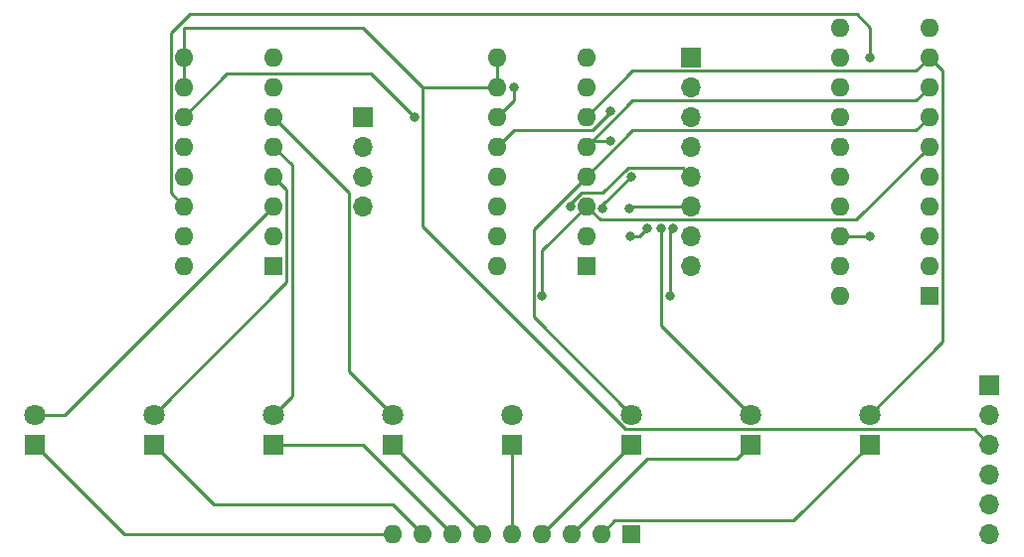
<source format=gbr>
%TF.GenerationSoftware,KiCad,Pcbnew,(7.0.0)*%
%TF.CreationDate,2023-03-05T21:28:25-05:00*%
%TF.ProjectId,8bc_ir,3862635f-6972-42e6-9b69-6361645f7063,rev?*%
%TF.SameCoordinates,Original*%
%TF.FileFunction,Copper,L4,Bot*%
%TF.FilePolarity,Positive*%
%FSLAX46Y46*%
G04 Gerber Fmt 4.6, Leading zero omitted, Abs format (unit mm)*
G04 Created by KiCad (PCBNEW (7.0.0)) date 2023-03-05 21:28:25*
%MOMM*%
%LPD*%
G01*
G04 APERTURE LIST*
%TA.AperFunction,ComponentPad*%
%ADD10R,1.600000X1.600000*%
%TD*%
%TA.AperFunction,ComponentPad*%
%ADD11O,1.600000X1.600000*%
%TD*%
%TA.AperFunction,ComponentPad*%
%ADD12R,1.700000X1.700000*%
%TD*%
%TA.AperFunction,ComponentPad*%
%ADD13O,1.700000X1.700000*%
%TD*%
%TA.AperFunction,ComponentPad*%
%ADD14R,1.800000X1.800000*%
%TD*%
%TA.AperFunction,ComponentPad*%
%ADD15C,1.800000*%
%TD*%
%TA.AperFunction,ViaPad*%
%ADD16C,0.800000*%
%TD*%
%TA.AperFunction,Conductor*%
%ADD17C,0.250000*%
%TD*%
G04 APERTURE END LIST*
D10*
%TO.P,U3,1,Oe1*%
%TO.N,/GND*%
X156199999Y-66039999D03*
D11*
%TO.P,U3,2,Oe2*%
X156199999Y-63499999D03*
%TO.P,U3,3,Q0*%
%TO.N,Net-(D5-A)*%
X156199999Y-60959999D03*
%TO.P,U3,4,Q1*%
%TO.N,Net-(D6-A)*%
X156199999Y-58419999D03*
%TO.P,U3,5,Q2*%
%TO.N,Net-(D7-A)*%
X156199999Y-55879999D03*
%TO.P,U3,6,Q3*%
%TO.N,Net-(D8-A)*%
X156199999Y-53339999D03*
%TO.P,U3,7,Cp*%
%TO.N,/CLK*%
X156199999Y-50799999D03*
%TO.P,U3,8,GND*%
%TO.N,/GND*%
X156199999Y-48259999D03*
%TO.P,U3,9,E1*%
%TO.N,/~{II}*%
X148579999Y-48259999D03*
%TO.P,U3,10,E2*%
X148579999Y-50799999D03*
%TO.P,U3,11,D3*%
%TO.N,/BUS_0*%
X148579999Y-53339999D03*
%TO.P,U3,12,D2*%
%TO.N,/BUS_1*%
X148579999Y-55879999D03*
%TO.P,U3,13,D1*%
%TO.N,/BUS_2*%
X148579999Y-58419999D03*
%TO.P,U3,14,D0*%
%TO.N,/BUS_3*%
X148579999Y-60959999D03*
%TO.P,U3,15,Mr*%
%TO.N,/CLR*%
X148579999Y-63499999D03*
%TO.P,U3,16,VCC*%
%TO.N,/VCC*%
X148579999Y-66039999D03*
%TD*%
D10*
%TO.P,U2,1,Oe1*%
%TO.N,/GND*%
X129539999Y-66039999D03*
D11*
%TO.P,U2,2,Oe2*%
X129539999Y-63499999D03*
%TO.P,U2,3,Q0*%
%TO.N,/IR_7*%
X129539999Y-60959999D03*
%TO.P,U2,4,Q1*%
%TO.N,/IR_6*%
X129539999Y-58419999D03*
%TO.P,U2,5,Q2*%
%TO.N,/IR_5*%
X129539999Y-55879999D03*
%TO.P,U2,6,Q3*%
%TO.N,/IR_4*%
X129539999Y-53339999D03*
%TO.P,U2,7,Cp*%
%TO.N,/CLK*%
X129539999Y-50799999D03*
%TO.P,U2,8,GND*%
%TO.N,/GND*%
X129539999Y-48259999D03*
%TO.P,U2,9,E1*%
%TO.N,/~{II}*%
X121919999Y-48259999D03*
%TO.P,U2,10,E2*%
X121919999Y-50799999D03*
%TO.P,U2,11,D3*%
%TO.N,/BUS_4*%
X121919999Y-53339999D03*
%TO.P,U2,12,D2*%
%TO.N,/BUS_5*%
X121919999Y-55879999D03*
%TO.P,U2,13,D1*%
%TO.N,/BUS_6*%
X121919999Y-58419999D03*
%TO.P,U2,14,D0*%
%TO.N,/BUS_7*%
X121919999Y-60959999D03*
%TO.P,U2,15,Mr*%
%TO.N,/CLR*%
X121919999Y-63499999D03*
%TO.P,U2,16,VCC*%
%TO.N,/VCC*%
X121919999Y-66039999D03*
%TD*%
D10*
%TO.P,U1,1,A->B*%
%TO.N,/VCC*%
X185419999Y-68579999D03*
D11*
%TO.P,U1,2,A0*%
%TO.N,unconnected-(U1-A0-Pad2)*%
X185419999Y-66039999D03*
%TO.P,U1,3,A1*%
%TO.N,unconnected-(U1-A1-Pad3)*%
X185419999Y-63499999D03*
%TO.P,U1,4,A2*%
%TO.N,unconnected-(U1-A2-Pad4)*%
X185419999Y-60959999D03*
%TO.P,U1,5,A3*%
%TO.N,unconnected-(U1-A3-Pad5)*%
X185419999Y-58419999D03*
%TO.P,U1,6,A4*%
%TO.N,Net-(D5-A)*%
X185419999Y-55879999D03*
%TO.P,U1,7,A5*%
%TO.N,Net-(D6-A)*%
X185419999Y-53339999D03*
%TO.P,U1,8,A6*%
%TO.N,Net-(D7-A)*%
X185419999Y-50799999D03*
%TO.P,U1,9,A7*%
%TO.N,Net-(D8-A)*%
X185419999Y-48259999D03*
%TO.P,U1,10,GND*%
%TO.N,/GND*%
X185419999Y-45719999D03*
%TO.P,U1,11,B7*%
%TO.N,/BUS_0*%
X177799999Y-45719999D03*
%TO.P,U1,12,B6*%
%TO.N,/BUS_1*%
X177799999Y-48259999D03*
%TO.P,U1,13,B5*%
%TO.N,/BUS_2*%
X177799999Y-50799999D03*
%TO.P,U1,14,B4*%
%TO.N,/BUS_3*%
X177799999Y-53339999D03*
%TO.P,U1,15,B3*%
%TO.N,/BUS_4*%
X177799999Y-55879999D03*
%TO.P,U1,16,B2*%
%TO.N,/BUS_5*%
X177799999Y-58419999D03*
%TO.P,U1,17,B1*%
%TO.N,/BUS_6*%
X177799999Y-60959999D03*
%TO.P,U1,18,B0*%
%TO.N,/BUS_7*%
X177799999Y-63499999D03*
%TO.P,U1,19,CE*%
%TO.N,/~{IO}*%
X177799999Y-66039999D03*
%TO.P,U1,20,VCC*%
%TO.N,/VCC*%
X177799999Y-68579999D03*
%TD*%
D10*
%TO.P,RN1,1,common*%
%TO.N,/GND*%
X160019999Y-88899999D03*
D11*
%TO.P,RN1,2,R1*%
%TO.N,Net-(D8-K)*%
X157479999Y-88899999D03*
%TO.P,RN1,3,R2*%
%TO.N,Net-(D7-K)*%
X154939999Y-88899999D03*
%TO.P,RN1,4,R3*%
%TO.N,Net-(D6-K)*%
X152399999Y-88899999D03*
%TO.P,RN1,5,R4*%
%TO.N,Net-(D5-K)*%
X149859999Y-88899999D03*
%TO.P,RN1,6,R5*%
%TO.N,Net-(D4-K)*%
X147319999Y-88899999D03*
%TO.P,RN1,7,R6*%
%TO.N,Net-(D3-K)*%
X144779999Y-88899999D03*
%TO.P,RN1,8,R7*%
%TO.N,Net-(D2-K)*%
X142239999Y-88899999D03*
%TO.P,RN1,9,R8*%
%TO.N,Net-(D1-K)*%
X139699999Y-88899999D03*
%TD*%
D12*
%TO.P,J3,1,Pin_1*%
%TO.N,/IR_4*%
X137159999Y-53339999D03*
D13*
%TO.P,J3,2,Pin_2*%
%TO.N,/IR_5*%
X137159999Y-55879999D03*
%TO.P,J3,3,Pin_3*%
%TO.N,/IR_6*%
X137159999Y-58419999D03*
%TO.P,J3,4,Pin_4*%
%TO.N,/IR_7*%
X137159999Y-60959999D03*
%TD*%
%TO.P,J2,6,Pin_6*%
%TO.N,/CLR*%
X190499999Y-88899999D03*
%TO.P,J2,5,Pin_5*%
%TO.N,/CLK*%
X190499999Y-86359999D03*
%TO.P,J2,4,Pin_4*%
%TO.N,/~{IO}*%
X190499999Y-83819999D03*
%TO.P,J2,3,Pin_3*%
%TO.N,/~{II}*%
X190499999Y-81279999D03*
%TO.P,J2,2,Pin_2*%
%TO.N,/GND*%
X190499999Y-78739999D03*
D12*
%TO.P,J2,1,Pin_1*%
%TO.N,/VCC*%
X190499999Y-76199999D03*
%TD*%
%TO.P,J1,1,Pin_1*%
%TO.N,/BUS_0*%
X165099999Y-48259999D03*
D13*
%TO.P,J1,2,Pin_2*%
%TO.N,/BUS_1*%
X165099999Y-50799999D03*
%TO.P,J1,3,Pin_3*%
%TO.N,/BUS_2*%
X165099999Y-53339999D03*
%TO.P,J1,4,Pin_4*%
%TO.N,/BUS_3*%
X165099999Y-55879999D03*
%TO.P,J1,5,Pin_5*%
%TO.N,/BUS_4*%
X165099999Y-58419999D03*
%TO.P,J1,6,Pin_6*%
%TO.N,/BUS_5*%
X165099999Y-60959999D03*
%TO.P,J1,7,Pin_7*%
%TO.N,/BUS_6*%
X165099999Y-63499999D03*
%TO.P,J1,8,Pin_8*%
%TO.N,/BUS_7*%
X165099999Y-66039999D03*
%TD*%
D14*
%TO.P,D8,1,K*%
%TO.N,Net-(D8-K)*%
X180339999Y-81279999D03*
D15*
%TO.P,D8,2,A*%
%TO.N,Net-(D8-A)*%
X180340000Y-78740000D03*
%TD*%
D14*
%TO.P,D7,1,K*%
%TO.N,Net-(D7-K)*%
X170179999Y-81279999D03*
D15*
%TO.P,D7,2,A*%
%TO.N,Net-(D7-A)*%
X170180000Y-78740000D03*
%TD*%
D14*
%TO.P,D6,1,K*%
%TO.N,Net-(D6-K)*%
X160019999Y-81279999D03*
D15*
%TO.P,D6,2,A*%
%TO.N,Net-(D6-A)*%
X160020000Y-78740000D03*
%TD*%
D14*
%TO.P,D5,1,K*%
%TO.N,Net-(D5-K)*%
X149859999Y-81279999D03*
D15*
%TO.P,D5,2,A*%
%TO.N,Net-(D5-A)*%
X149860000Y-78740000D03*
%TD*%
D14*
%TO.P,D4,1,K*%
%TO.N,Net-(D4-K)*%
X139699999Y-81279999D03*
D15*
%TO.P,D4,2,A*%
%TO.N,/IR_4*%
X139700000Y-78740000D03*
%TD*%
D14*
%TO.P,D3,1,K*%
%TO.N,Net-(D3-K)*%
X129539999Y-81279999D03*
D15*
%TO.P,D3,2,A*%
%TO.N,/IR_5*%
X129540000Y-78740000D03*
%TD*%
D14*
%TO.P,D2,1,K*%
%TO.N,Net-(D2-K)*%
X119379999Y-81279999D03*
D15*
%TO.P,D2,2,A*%
%TO.N,/IR_6*%
X119380000Y-78740000D03*
%TD*%
D14*
%TO.P,D1,1,K*%
%TO.N,Net-(D1-K)*%
X109219999Y-81279999D03*
D15*
%TO.P,D1,2,A*%
%TO.N,/IR_7*%
X109220000Y-78740000D03*
%TD*%
D16*
%TO.N,/BUS_7*%
X180340000Y-63500000D03*
X180340000Y-48260000D03*
%TO.N,/BUS_5*%
X159827951Y-61152049D03*
X161403371Y-62859500D03*
X159946851Y-63573150D03*
%TO.N,/BUS_4*%
X154800497Y-60960000D03*
X141515500Y-53340000D03*
%TO.N,/BUS_3*%
X163284500Y-68580000D03*
X163559503Y-62859500D03*
%TO.N,/BUS_2*%
X157578011Y-61204310D03*
X160020000Y-58420000D03*
%TO.N,/BUS_1*%
X158204500Y-52850902D03*
%TO.N,/BUS_0*%
X149979503Y-50800000D03*
%TO.N,Net-(D7-A)*%
X162560000Y-62859500D03*
X158204500Y-55390902D03*
%TO.N,Net-(D5-A)*%
X152400000Y-68580000D03*
%TD*%
D17*
%TO.N,/BUS_7*%
X180340000Y-63500000D02*
X177800000Y-63500000D01*
X179215000Y-44595000D02*
X180340000Y-45720000D01*
X180340000Y-45720000D02*
X180340000Y-48260000D01*
X120795000Y-46208604D02*
X122408604Y-44595000D01*
X120795000Y-59835000D02*
X120795000Y-46208604D01*
X121920000Y-60960000D02*
X120795000Y-59835000D01*
X122408604Y-44595000D02*
X179215000Y-44595000D01*
%TO.N,/BUS_5*%
X160020000Y-60960000D02*
X165100000Y-60960000D01*
X159827951Y-61152049D02*
X160020000Y-60960000D01*
X160689721Y-63573150D02*
X161403371Y-62859500D01*
X159946851Y-63573150D02*
X160689721Y-63573150D01*
%TO.N,/BUS_4*%
X164375000Y-57695000D02*
X165100000Y-58420000D01*
X159719695Y-57695000D02*
X164375000Y-57695000D01*
X155734009Y-59835000D02*
X157579695Y-59835000D01*
X154800497Y-60768512D02*
X155734009Y-59835000D01*
X154800497Y-60960000D02*
X154800497Y-60768512D01*
X157579695Y-59835000D02*
X159719695Y-57695000D01*
X137850500Y-49675000D02*
X141515500Y-53340000D01*
X125585000Y-49675000D02*
X137850500Y-49675000D01*
X121920000Y-53340000D02*
X125585000Y-49675000D01*
%TO.N,/BUS_3*%
X163284500Y-63134503D02*
X163284500Y-68580000D01*
X163559503Y-62859500D02*
X163284500Y-63134503D01*
%TO.N,/BUS_2*%
X157578011Y-60861989D02*
X157578011Y-61204310D01*
X160020000Y-58420000D02*
X157578011Y-60861989D01*
%TO.N,/BUS_1*%
X158204500Y-52850902D02*
X158204500Y-52926491D01*
X158204500Y-52926491D02*
X156665991Y-54465000D01*
X156665991Y-54465000D02*
X149995000Y-54465000D01*
X149995000Y-54465000D02*
X148580000Y-55880000D01*
%TO.N,/BUS_0*%
X149979503Y-51940497D02*
X148580000Y-53340000D01*
X149979503Y-50800000D02*
X149979503Y-51940497D01*
%TO.N,Net-(D7-A)*%
X156689098Y-55390902D02*
X156200000Y-55880000D01*
X158204500Y-55390902D02*
X156689098Y-55390902D01*
X162560000Y-71120000D02*
X162560000Y-62859500D01*
X170180000Y-78740000D02*
X162560000Y-71120000D01*
%TO.N,Net-(D6-A)*%
X151675000Y-70395000D02*
X151675000Y-62945000D01*
X151675000Y-62945000D02*
X156200000Y-58420000D01*
X160020000Y-78740000D02*
X151675000Y-70395000D01*
%TO.N,Net-(D5-A)*%
X152400000Y-64760000D02*
X156200000Y-60960000D01*
X152400000Y-68580000D02*
X152400000Y-64760000D01*
%TO.N,/IR_4*%
X135985000Y-75025000D02*
X135985000Y-59785000D01*
X139700000Y-78740000D02*
X135985000Y-75025000D01*
X135985000Y-59785000D02*
X129540000Y-53340000D01*
%TO.N,/IR_5*%
X131115000Y-77165000D02*
X131115000Y-57455000D01*
X131115000Y-57455000D02*
X129540000Y-55880000D01*
X129540000Y-78740000D02*
X131115000Y-77165000D01*
%TO.N,/IR_6*%
X130665000Y-59545000D02*
X129540000Y-58420000D01*
X119380000Y-78740000D02*
X130665000Y-67455000D01*
X130665000Y-67455000D02*
X130665000Y-59545000D01*
%TO.N,/IR_7*%
X111760000Y-78740000D02*
X129540000Y-60960000D01*
X109220000Y-78740000D02*
X111760000Y-78740000D01*
%TO.N,Net-(D1-K)*%
X116840000Y-88900000D02*
X139700000Y-88900000D01*
X109220000Y-81280000D02*
X116840000Y-88900000D01*
%TO.N,Net-(D2-K)*%
X124460000Y-86360000D02*
X119380000Y-81280000D01*
X139700000Y-86360000D02*
X124460000Y-86360000D01*
X142240000Y-88900000D02*
X139700000Y-86360000D01*
%TO.N,Net-(D3-K)*%
X137160000Y-81280000D02*
X144780000Y-88900000D01*
X129540000Y-81280000D02*
X137160000Y-81280000D01*
%TO.N,Net-(D4-K)*%
X147320000Y-88900000D02*
X139700000Y-81280000D01*
%TO.N,Net-(D5-K)*%
X149860000Y-81280000D02*
X149860000Y-88900000D01*
%TO.N,Net-(D6-K)*%
X152400000Y-88900000D02*
X160020000Y-81280000D01*
%TO.N,Net-(D7-K)*%
X161335000Y-82505000D02*
X154940000Y-88900000D01*
X168955000Y-82505000D02*
X161335000Y-82505000D01*
X170180000Y-81280000D02*
X168955000Y-82505000D01*
%TO.N,Net-(D8-K)*%
X173845000Y-87775000D02*
X180340000Y-81280000D01*
X158605000Y-87775000D02*
X173845000Y-87775000D01*
X157480000Y-88900000D02*
X158605000Y-87775000D01*
%TO.N,/~{II}*%
X121920000Y-48260000D02*
X121920000Y-50800000D01*
X121920000Y-45720000D02*
X121920000Y-48260000D01*
X137160000Y-45720000D02*
X121920000Y-45720000D01*
X142240000Y-50800000D02*
X137160000Y-45720000D01*
X148580000Y-50800000D02*
X148580000Y-48260000D01*
X142240000Y-62692412D02*
X142240000Y-50800000D01*
X159512588Y-79965000D02*
X142240000Y-62692412D01*
X189185000Y-79965000D02*
X159512588Y-79965000D01*
X142240000Y-50800000D02*
X148580000Y-50800000D01*
X190500000Y-81280000D02*
X189185000Y-79965000D01*
%TO.N,Net-(D8-A)*%
X186545000Y-72535000D02*
X180340000Y-78740000D01*
X185420000Y-48260000D02*
X186545000Y-49385000D01*
X186545000Y-49385000D02*
X186545000Y-72535000D01*
%TO.N,Net-(D5-A)*%
X179165000Y-62135000D02*
X157375000Y-62135000D01*
X185420000Y-55880000D02*
X179165000Y-62135000D01*
X157375000Y-62135000D02*
X156200000Y-60960000D01*
%TO.N,Net-(D6-A)*%
X160105000Y-54515000D02*
X156200000Y-58420000D01*
X184245000Y-54515000D02*
X160105000Y-54515000D01*
X185420000Y-53340000D02*
X184245000Y-54515000D01*
%TO.N,Net-(D7-A)*%
X160105000Y-51975000D02*
X156200000Y-55880000D01*
X184245000Y-51975000D02*
X160105000Y-51975000D01*
X185420000Y-50800000D02*
X184245000Y-51975000D01*
%TO.N,Net-(D8-A)*%
X160105000Y-49435000D02*
X156200000Y-53340000D01*
X184245000Y-49435000D02*
X160105000Y-49435000D01*
X185420000Y-48260000D02*
X184245000Y-49435000D01*
%TD*%
M02*

</source>
